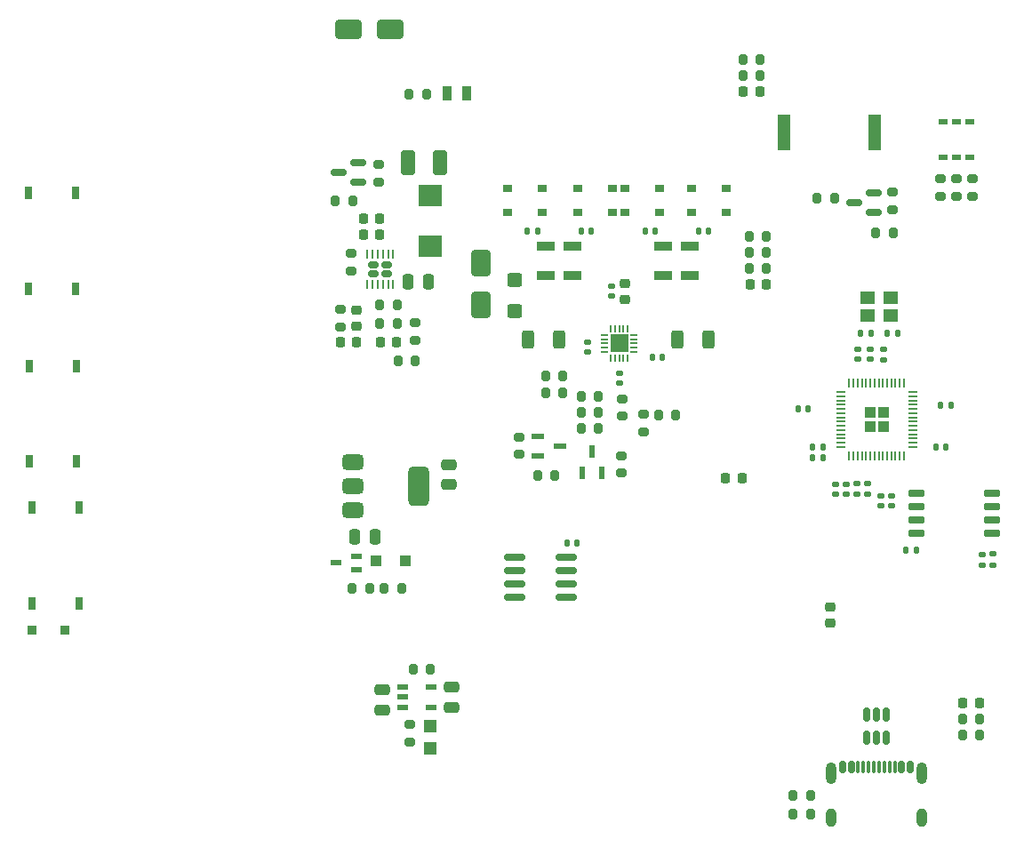
<source format=gbr>
%TF.GenerationSoftware,KiCad,Pcbnew,8.0.2*%
%TF.CreationDate,2024-05-27T20:09:12+01:00*%
%TF.ProjectId,StepUp,53746570-5570-42e6-9b69-6361645f7063,v1.0*%
%TF.SameCoordinates,Original*%
%TF.FileFunction,Paste,Top*%
%TF.FilePolarity,Positive*%
%FSLAX46Y46*%
G04 Gerber Fmt 4.6, Leading zero omitted, Abs format (unit mm)*
G04 Created by KiCad (PCBNEW 8.0.2) date 2024-05-27 20:09:12*
%MOMM*%
%LPD*%
G01*
G04 APERTURE LIST*
G04 Aperture macros list*
%AMRoundRect*
0 Rectangle with rounded corners*
0 $1 Rounding radius*
0 $2 $3 $4 $5 $6 $7 $8 $9 X,Y pos of 4 corners*
0 Add a 4 corners polygon primitive as box body*
4,1,4,$2,$3,$4,$5,$6,$7,$8,$9,$2,$3,0*
0 Add four circle primitives for the rounded corners*
1,1,$1+$1,$2,$3*
1,1,$1+$1,$4,$5*
1,1,$1+$1,$6,$7*
1,1,$1+$1,$8,$9*
0 Add four rect primitives between the rounded corners*
20,1,$1+$1,$2,$3,$4,$5,0*
20,1,$1+$1,$4,$5,$6,$7,0*
20,1,$1+$1,$6,$7,$8,$9,0*
20,1,$1+$1,$8,$9,$2,$3,0*%
G04 Aperture macros list end*
%ADD10R,0.863600X0.787400*%
%ADD11RoundRect,0.250000X0.312500X0.625000X-0.312500X0.625000X-0.312500X-0.625000X0.312500X-0.625000X0*%
%ADD12RoundRect,0.150000X0.587500X0.150000X-0.587500X0.150000X-0.587500X-0.150000X0.587500X-0.150000X0*%
%ADD13RoundRect,0.140000X0.140000X0.170000X-0.140000X0.170000X-0.140000X-0.170000X0.140000X-0.170000X0*%
%ADD14RoundRect,0.140000X0.170000X-0.140000X0.170000X0.140000X-0.170000X0.140000X-0.170000X-0.140000X0*%
%ADD15RoundRect,0.135000X0.185000X-0.135000X0.185000X0.135000X-0.185000X0.135000X-0.185000X-0.135000X0*%
%ADD16RoundRect,0.140000X-0.170000X0.140000X-0.170000X-0.140000X0.170000X-0.140000X0.170000X0.140000X0*%
%ADD17RoundRect,0.150000X-0.150000X-0.425000X0.150000X-0.425000X0.150000X0.425000X-0.150000X0.425000X0*%
%ADD18RoundRect,0.075000X-0.075000X-0.500000X0.075000X-0.500000X0.075000X0.500000X-0.075000X0.500000X0*%
%ADD19O,1.000000X2.100000*%
%ADD20O,1.000000X1.800000*%
%ADD21RoundRect,0.140000X-0.140000X-0.170000X0.140000X-0.170000X0.140000X0.170000X-0.140000X0.170000X0*%
%ADD22RoundRect,0.200000X-0.200000X-0.275000X0.200000X-0.275000X0.200000X0.275000X-0.200000X0.275000X0*%
%ADD23RoundRect,0.225000X0.225000X0.250000X-0.225000X0.250000X-0.225000X-0.250000X0.225000X-0.250000X0*%
%ADD24RoundRect,0.200000X-0.275000X0.200000X-0.275000X-0.200000X0.275000X-0.200000X0.275000X0.200000X0*%
%ADD25RoundRect,0.200000X0.200000X0.275000X-0.200000X0.275000X-0.200000X-0.275000X0.200000X-0.275000X0*%
%ADD26RoundRect,0.225000X-0.225000X-0.250000X0.225000X-0.250000X0.225000X0.250000X-0.225000X0.250000X0*%
%ADD27RoundRect,0.200000X0.275000X-0.200000X0.275000X0.200000X-0.275000X0.200000X-0.275000X-0.200000X0*%
%ADD28R,1.000000X0.550000*%
%ADD29RoundRect,0.250000X0.292217X0.292217X-0.292217X0.292217X-0.292217X-0.292217X0.292217X-0.292217X0*%
%ADD30RoundRect,0.050000X0.387500X0.050000X-0.387500X0.050000X-0.387500X-0.050000X0.387500X-0.050000X0*%
%ADD31RoundRect,0.050000X0.050000X0.387500X-0.050000X0.387500X-0.050000X-0.387500X0.050000X-0.387500X0*%
%ADD32R,0.711200X1.219200*%
%ADD33R,1.753400X0.912000*%
%ADD34RoundRect,0.160000X0.345000X-0.160000X0.345000X0.160000X-0.345000X0.160000X-0.345000X-0.160000X0*%
%ADD35RoundRect,0.062500X0.062500X-0.362500X0.062500X0.362500X-0.062500X0.362500X-0.062500X-0.362500X0*%
%ADD36R,0.900000X0.950000*%
%ADD37RoundRect,0.150000X0.650000X0.150000X-0.650000X0.150000X-0.650000X-0.150000X0.650000X-0.150000X0*%
%ADD38R,1.200000X1.200000*%
%ADD39R,1.300000X3.400000*%
%ADD40RoundRect,0.250000X0.650000X-1.000000X0.650000X1.000000X-0.650000X1.000000X-0.650000X-1.000000X0*%
%ADD41RoundRect,0.150000X-0.825000X-0.150000X0.825000X-0.150000X0.825000X0.150000X-0.825000X0.150000X0*%
%ADD42RoundRect,0.250000X-0.250000X-0.475000X0.250000X-0.475000X0.250000X0.475000X-0.250000X0.475000X0*%
%ADD43RoundRect,0.225000X-0.250000X0.225000X-0.250000X-0.225000X0.250000X-0.225000X0.250000X0.225000X0*%
%ADD44R,0.889000X0.533400*%
%ADD45RoundRect,0.250000X0.250000X0.475000X-0.250000X0.475000X-0.250000X-0.475000X0.250000X-0.475000X0*%
%ADD46R,1.400000X1.200000*%
%ADD47RoundRect,0.250000X-0.312500X-0.625000X0.312500X-0.625000X0.312500X0.625000X-0.312500X0.625000X0*%
%ADD48RoundRect,0.375000X-0.625000X-0.375000X0.625000X-0.375000X0.625000X0.375000X-0.625000X0.375000X0*%
%ADD49RoundRect,0.500000X-0.500000X-1.400000X0.500000X-1.400000X0.500000X1.400000X-0.500000X1.400000X0*%
%ADD50RoundRect,0.135000X-0.185000X0.135000X-0.185000X-0.135000X0.185000X-0.135000X0.185000X0.135000X0*%
%ADD51R,0.762000X0.254000*%
%ADD52R,0.254000X0.762000*%
%ADD53R,1.701800X1.701800*%
%ADD54RoundRect,0.250000X0.475000X-0.250000X0.475000X0.250000X-0.475000X0.250000X-0.475000X-0.250000X0*%
%ADD55RoundRect,0.250000X-0.412500X-0.925000X0.412500X-0.925000X0.412500X0.925000X-0.412500X0.925000X0*%
%ADD56R,0.600000X1.300000*%
%ADD57R,2.200000X2.150000*%
%ADD58RoundRect,0.250000X-0.475000X0.250000X-0.475000X-0.250000X0.475000X-0.250000X0.475000X0.250000X0*%
%ADD59R,1.050000X0.600000*%
%ADD60R,0.950000X1.400000*%
%ADD61R,1.300000X0.600000*%
%ADD62RoundRect,0.225000X0.250000X-0.225000X0.250000X0.225000X-0.250000X0.225000X-0.250000X-0.225000X0*%
%ADD63RoundRect,0.250000X0.450000X-0.400000X0.450000X0.400000X-0.450000X0.400000X-0.450000X-0.400000X0*%
%ADD64RoundRect,0.250000X-1.000000X-0.650000X1.000000X-0.650000X1.000000X0.650000X-1.000000X0.650000X0*%
%ADD65RoundRect,0.150000X0.150000X-0.512500X0.150000X0.512500X-0.150000X0.512500X-0.150000X-0.512500X0*%
%ADD66RoundRect,0.250000X-0.300000X-0.300000X0.300000X-0.300000X0.300000X0.300000X-0.300000X0.300000X0*%
G04 APERTURE END LIST*
D10*
%TO.C,D3*%
X142760799Y-84429600D03*
X139458799Y-84429600D03*
%TD*%
D11*
%TO.C,R20*%
X151855900Y-96501001D03*
X148930900Y-96501001D03*
%TD*%
D12*
%TO.C,Q4*%
X118539500Y-81563000D03*
X118539500Y-79663000D03*
X116664500Y-80613000D03*
%TD*%
D13*
%TO.C,C10*%
X161380000Y-103100000D03*
X160420000Y-103100000D03*
%TD*%
D14*
%TO.C,C5*%
X166116000Y-98408000D03*
X166116000Y-97448000D03*
%TD*%
D15*
%TO.C,R6*%
X167012500Y-111290000D03*
X167012500Y-110270000D03*
%TD*%
D16*
%TO.C,C8*%
X164000000Y-110300000D03*
X164000000Y-111260000D03*
%TD*%
D17*
%TO.C,J1*%
X164694000Y-137290000D03*
X165494000Y-137290000D03*
D18*
X166644000Y-137290000D03*
X167644000Y-137290000D03*
X168144000Y-137290000D03*
X169144000Y-137290000D03*
D17*
X170294000Y-137290000D03*
X171094000Y-137290000D03*
X171094000Y-137290000D03*
X170294000Y-137290000D03*
D18*
X169644000Y-137290000D03*
X168644000Y-137290000D03*
X167144000Y-137290000D03*
X166144000Y-137290000D03*
D17*
X165494000Y-137290000D03*
X164694000Y-137290000D03*
D19*
X163574000Y-137865000D03*
D20*
X163574000Y-142045000D03*
D19*
X172214000Y-137865000D03*
D20*
X172214000Y-142045000D03*
%TD*%
D21*
%TO.C,C20*%
X146520000Y-98200000D03*
X147480000Y-98200000D03*
%TD*%
D22*
%TO.C,R34*%
X155172000Y-71380000D03*
X156822000Y-71380000D03*
%TD*%
D16*
%TO.C,C19*%
X143400000Y-99720000D03*
X143400000Y-100680000D03*
%TD*%
D23*
%TO.C,C40*%
X155075000Y-109750000D03*
X153525000Y-109750000D03*
%TD*%
D24*
%TO.C,R10*%
X143600000Y-107575000D03*
X143600000Y-109225000D03*
%TD*%
D15*
%TO.C,R2*%
X178950500Y-117989500D03*
X178950500Y-116969500D03*
%TD*%
D25*
%TO.C,R29*%
X123975000Y-98550000D03*
X122325000Y-98550000D03*
%TD*%
D15*
%TO.C,R5*%
X168535000Y-98438000D03*
X168535000Y-97418000D03*
%TD*%
%TO.C,R7*%
X166000000Y-111290000D03*
X166000000Y-110270000D03*
%TD*%
D10*
%TO.C,D8*%
X147218400Y-82143600D03*
X143916400Y-82143600D03*
%TD*%
%TO.C,D10*%
X150266400Y-82143600D03*
X153568400Y-82143600D03*
%TD*%
D26*
%TO.C,C37*%
X155828000Y-91268000D03*
X157378000Y-91268000D03*
%TD*%
D27*
%TO.C,R43*%
X173990000Y-82867000D03*
X173990000Y-81217000D03*
%TD*%
D14*
%TO.C,C16*%
X140400000Y-97730000D03*
X140400000Y-96770000D03*
%TD*%
D10*
%TO.C,D7*%
X143916400Y-84429600D03*
X147218400Y-84429600D03*
%TD*%
D27*
%TO.C,R41*%
X177038000Y-82867000D03*
X177038000Y-81217000D03*
%TD*%
%TO.C,R8*%
X133883400Y-107486001D03*
X133883400Y-105836001D03*
%TD*%
D25*
%TO.C,R32*%
X122237000Y-93218000D03*
X120587000Y-93218000D03*
%TD*%
D22*
%TO.C,R4*%
X159957000Y-141732000D03*
X161607000Y-141732000D03*
%TD*%
D23*
%TO.C,C29*%
X120575000Y-86524000D03*
X119025000Y-86524000D03*
%TD*%
D28*
%TO.C,Q3*%
X118332000Y-118448000D03*
X118332000Y-117148000D03*
X116432000Y-117798000D03*
%TD*%
D29*
%TO.C,U3*%
X168536500Y-104782500D03*
X168536500Y-103507500D03*
X167261500Y-104782500D03*
X167261500Y-103507500D03*
D30*
X171336500Y-106745000D03*
X171336500Y-106345000D03*
X171336500Y-105945000D03*
X171336500Y-105545000D03*
X171336500Y-105145000D03*
X171336500Y-104745000D03*
X171336500Y-104345000D03*
X171336500Y-103945000D03*
X171336500Y-103545000D03*
X171336500Y-103145000D03*
X171336500Y-102745000D03*
X171336500Y-102345000D03*
X171336500Y-101945000D03*
X171336500Y-101545000D03*
D31*
X170499000Y-100707500D03*
X170099000Y-100707500D03*
X169699000Y-100707500D03*
X169299000Y-100707500D03*
X168899000Y-100707500D03*
X168499000Y-100707500D03*
X168099000Y-100707500D03*
X167699000Y-100707500D03*
X167299000Y-100707500D03*
X166899000Y-100707500D03*
X166499000Y-100707500D03*
X166099000Y-100707500D03*
X165699000Y-100707500D03*
X165299000Y-100707500D03*
D30*
X164461500Y-101545000D03*
X164461500Y-101945000D03*
X164461500Y-102345000D03*
X164461500Y-102745000D03*
X164461500Y-103145000D03*
X164461500Y-103545000D03*
X164461500Y-103945000D03*
X164461500Y-104345000D03*
X164461500Y-104745000D03*
X164461500Y-105145000D03*
X164461500Y-105545000D03*
X164461500Y-105945000D03*
X164461500Y-106345000D03*
X164461500Y-106745000D03*
D31*
X165299000Y-107582500D03*
X165699000Y-107582500D03*
X166099000Y-107582500D03*
X166499000Y-107582500D03*
X166899000Y-107582500D03*
X167299000Y-107582500D03*
X167699000Y-107582500D03*
X168099000Y-107582500D03*
X168499000Y-107582500D03*
X168899000Y-107582500D03*
X169299000Y-107582500D03*
X169699000Y-107582500D03*
X170099000Y-107582500D03*
X170499000Y-107582500D03*
%TD*%
D22*
%TO.C,R3*%
X159957000Y-139954000D03*
X161607000Y-139954000D03*
%TD*%
D16*
%TO.C,C7*%
X168282500Y-111409500D03*
X168282500Y-112369500D03*
%TD*%
D22*
%TO.C,R23*%
X123773000Y-127920000D03*
X125423000Y-127920000D03*
%TD*%
D16*
%TO.C,C6*%
X165000000Y-110300000D03*
X165000000Y-111260000D03*
%TD*%
D32*
%TO.C,SW3*%
X87084100Y-91668600D03*
X91579900Y-91668600D03*
X91579900Y-82575400D03*
X87084100Y-82575400D03*
%TD*%
D25*
%TO.C,R39*%
X177717000Y-132652000D03*
X176067000Y-132652000D03*
%TD*%
D22*
%TO.C,R31*%
X120587000Y-94996000D03*
X122237000Y-94996000D03*
%TD*%
D24*
%TO.C,R27*%
X116840000Y-93663000D03*
X116840000Y-95313000D03*
%TD*%
D33*
%TO.C,L1*%
X138963400Y-87612201D03*
X138963400Y-90403801D03*
%TD*%
D13*
%TO.C,C13*%
X162780000Y-106800000D03*
X161820000Y-106800000D03*
%TD*%
D22*
%TO.C,R38*%
X176070000Y-134176000D03*
X177720000Y-134176000D03*
%TD*%
D10*
%TO.C,D4*%
X139458799Y-82143600D03*
X142760799Y-82143600D03*
%TD*%
D34*
%TO.C,U8*%
X119994000Y-90220000D03*
X121244000Y-90220000D03*
X119994000Y-89420000D03*
X121244000Y-89420000D03*
D35*
X119369000Y-91245000D03*
X119869000Y-91245000D03*
X120369000Y-91245000D03*
X120869000Y-91245000D03*
X121369000Y-91245000D03*
X121869000Y-91245000D03*
X121869000Y-88395000D03*
X121369000Y-88395000D03*
X120869000Y-88395000D03*
X120369000Y-88395000D03*
X119869000Y-88395000D03*
X119369000Y-88395000D03*
%TD*%
D13*
%TO.C,C3*%
X171680000Y-116550000D03*
X170720000Y-116550000D03*
%TD*%
D12*
%TO.C,Q5*%
X167645000Y-84438000D03*
X167645000Y-82538000D03*
X165770000Y-83488000D03*
%TD*%
D24*
%TO.C,R28*%
X120450000Y-79875000D03*
X120450000Y-81525000D03*
%TD*%
D36*
%TO.C,D1*%
X90575000Y-124200000D03*
X87425000Y-124200000D03*
%TD*%
D13*
%TO.C,C14*%
X162780000Y-107816000D03*
X161820000Y-107816000D03*
%TD*%
D32*
%TO.C,SW1*%
X87198200Y-108153200D03*
X91694000Y-108153200D03*
X91694000Y-99060000D03*
X87198200Y-99060000D03*
%TD*%
D25*
%TO.C,R14*%
X141420001Y-105003400D03*
X139770001Y-105003400D03*
%TD*%
D33*
%TO.C,L4*%
X150139400Y-87612201D03*
X150139400Y-90403801D03*
%TD*%
D25*
%TO.C,R37*%
X157425000Y-89744000D03*
X155775000Y-89744000D03*
%TD*%
D37*
%TO.C,U2*%
X178864500Y-114986500D03*
X178864500Y-113716500D03*
X178864500Y-112446500D03*
X178864500Y-111176500D03*
X171664500Y-111176500D03*
X171664500Y-112446500D03*
X171664500Y-113716500D03*
X171664500Y-114986500D03*
%TD*%
D26*
%TO.C,C33*%
X116827000Y-96774000D03*
X118377000Y-96774000D03*
%TD*%
D38*
%TO.C,D12*%
X125370000Y-133360000D03*
X125370000Y-135460000D03*
%TD*%
D25*
%TO.C,R13*%
X138025000Y-100000000D03*
X136375000Y-100000000D03*
%TD*%
D13*
%TO.C,C21*%
X140713400Y-86207600D03*
X139753400Y-86207600D03*
%TD*%
D16*
%TO.C,C4*%
X169298500Y-111409500D03*
X169298500Y-112369500D03*
%TD*%
D23*
%TO.C,C38*%
X177667000Y-131132000D03*
X176117000Y-131132000D03*
%TD*%
D39*
%TO.C,BZ1*%
X159050000Y-76800000D03*
X167750000Y-76800000D03*
%TD*%
D22*
%TO.C,R26*%
X116325000Y-83300000D03*
X117975000Y-83300000D03*
%TD*%
D40*
%TO.C,D13*%
X130250000Y-93200000D03*
X130250000Y-89200000D03*
%TD*%
D25*
%TO.C,R46*%
X163898000Y-83050000D03*
X162248000Y-83050000D03*
%TD*%
D41*
%TO.C,U4*%
X133400000Y-117295000D03*
X133400000Y-118565000D03*
X133400000Y-119835000D03*
X133400000Y-121105000D03*
X138350000Y-121105000D03*
X138350000Y-119835000D03*
X138350000Y-118565000D03*
X138350000Y-117295000D03*
%TD*%
D13*
%TO.C,C2*%
X167358000Y-95924000D03*
X166398000Y-95924000D03*
%TD*%
D32*
%TO.C,SW2*%
X87414100Y-121640600D03*
X91909900Y-121640600D03*
X91909900Y-112547400D03*
X87414100Y-112547400D03*
%TD*%
D42*
%TO.C,C25*%
X118210000Y-115284000D03*
X120110000Y-115284000D03*
%TD*%
D43*
%TO.C,C32*%
X118364000Y-93713000D03*
X118364000Y-95263000D03*
%TD*%
D21*
%TO.C,C1*%
X168938000Y-95924000D03*
X169898000Y-95924000D03*
%TD*%
D33*
%TO.C,L2*%
X136423400Y-87612201D03*
X136423400Y-90403801D03*
%TD*%
D44*
%TO.C,LED2*%
X176809400Y-75780900D03*
X175514000Y-75780900D03*
X174218600Y-75780900D03*
X176809400Y-79159100D03*
X175514000Y-79159100D03*
X174218600Y-79159100D03*
%TD*%
D25*
%TO.C,R12*%
X138025000Y-101600000D03*
X136375000Y-101600000D03*
%TD*%
D21*
%TO.C,C9*%
X173520000Y-106800000D03*
X174480000Y-106800000D03*
%TD*%
%TO.C,C15*%
X138420000Y-115900000D03*
X139380000Y-115900000D03*
%TD*%
D45*
%TO.C,C35*%
X125200000Y-91000000D03*
X123300000Y-91000000D03*
%TD*%
D25*
%TO.C,R16*%
X141420001Y-101955400D03*
X139770001Y-101955400D03*
%TD*%
D21*
%TO.C,C24*%
X150957400Y-86207600D03*
X151917400Y-86207600D03*
%TD*%
D46*
%TO.C,Y1*%
X169248000Y-92534000D03*
X167048000Y-92534000D03*
X167048000Y-94234000D03*
X169248000Y-94234000D03*
%TD*%
D24*
%TO.C,R17*%
X145675001Y-103670400D03*
X145675001Y-105320400D03*
%TD*%
D47*
%TO.C,R19*%
X134706900Y-96501001D03*
X137631900Y-96501001D03*
%TD*%
D13*
%TO.C,C22*%
X135605400Y-86207600D03*
X134645400Y-86207600D03*
%TD*%
D48*
%TO.C,U6*%
X118008000Y-108190000D03*
X118008000Y-110490000D03*
D49*
X124308000Y-110490000D03*
D48*
X118008000Y-112790000D03*
%TD*%
D50*
%TO.C,R1*%
X177950500Y-116979500D03*
X177950500Y-117999500D03*
%TD*%
D14*
%TO.C,C12*%
X167265000Y-98408000D03*
X167265000Y-97448000D03*
%TD*%
D22*
%TO.C,R36*%
X155775000Y-88220000D03*
X157425000Y-88220000D03*
%TD*%
D51*
%TO.C,U5*%
X141960600Y-96100999D03*
X141960600Y-96501001D03*
X141960600Y-96901000D03*
X141960600Y-97300999D03*
X141960600Y-97701001D03*
D52*
X142582999Y-98323400D03*
X142983001Y-98323400D03*
X143383000Y-98323400D03*
X143782999Y-98323400D03*
X144183001Y-98323400D03*
D51*
X144805400Y-97701001D03*
X144805400Y-97300999D03*
X144805400Y-96901000D03*
X144805400Y-96501001D03*
X144805400Y-96100999D03*
D52*
X144183001Y-95478600D03*
X143782999Y-95478600D03*
X143383000Y-95478600D03*
X142983001Y-95478600D03*
X142582999Y-95478600D03*
D53*
X143383000Y-96901000D03*
%TD*%
D24*
%TO.C,R11*%
X143700000Y-102175000D03*
X143700000Y-103825000D03*
%TD*%
%TO.C,R25*%
X123398000Y-133195000D03*
X123398000Y-134845000D03*
%TD*%
D22*
%TO.C,R35*%
X155775000Y-86700000D03*
X157425000Y-86700000D03*
%TD*%
D54*
%TO.C,C31*%
X120798000Y-131804000D03*
X120798000Y-129904000D03*
%TD*%
D55*
%TO.C,C26*%
X123262500Y-79650000D03*
X126337500Y-79650000D03*
%TD*%
D25*
%TO.C,R15*%
X141420001Y-103479400D03*
X139770001Y-103479400D03*
%TD*%
D10*
%TO.C,D9*%
X153568400Y-84429600D03*
X150266400Y-84429600D03*
%TD*%
D26*
%TO.C,C36*%
X155225000Y-72900000D03*
X156775000Y-72900000D03*
%TD*%
D54*
%TO.C,C30*%
X127200000Y-110350000D03*
X127200000Y-108450000D03*
%TD*%
D14*
%TO.C,C18*%
X142659001Y-92409001D03*
X142659001Y-91449001D03*
%TD*%
D56*
%TO.C,Q1*%
X139864400Y-109261001D03*
X141764400Y-109261001D03*
X140814400Y-107161001D03*
%TD*%
D57*
%TO.C,L5*%
X125400000Y-82800000D03*
X125400000Y-87600000D03*
%TD*%
D23*
%TO.C,C34*%
X122187000Y-96774000D03*
X120637000Y-96774000D03*
%TD*%
D25*
%TO.C,R21*%
X122657000Y-120226000D03*
X121007000Y-120226000D03*
%TD*%
D21*
%TO.C,C11*%
X174020000Y-102800000D03*
X174980000Y-102800000D03*
%TD*%
D25*
%TO.C,R9*%
X137248400Y-109455001D03*
X135598400Y-109455001D03*
%TD*%
%TO.C,R33*%
X156822000Y-69856000D03*
X155172000Y-69856000D03*
%TD*%
%TO.C,R40*%
X125031000Y-73152000D03*
X123381000Y-73152000D03*
%TD*%
D58*
%TO.C,C28*%
X127402000Y-129650000D03*
X127402000Y-131550000D03*
%TD*%
D59*
%TO.C,U7*%
X122750000Y-129650000D03*
X122750000Y-130600000D03*
X122750000Y-131550000D03*
X125450000Y-131550000D03*
X125450000Y-129650000D03*
%TD*%
D24*
%TO.C,R45*%
X169423000Y-82475000D03*
X169423000Y-84125000D03*
%TD*%
D60*
%TO.C,LED1*%
X128850000Y-73100000D03*
X126950000Y-73100000D03*
%TD*%
D10*
%TO.C,D5*%
X132740400Y-84429600D03*
X136042400Y-84429600D03*
%TD*%
D24*
%TO.C,R30*%
X123952000Y-94933000D03*
X123952000Y-96583000D03*
%TD*%
D61*
%TO.C,Q2*%
X135627400Y-105711001D03*
X135627400Y-107611001D03*
X137727400Y-106661001D03*
%TD*%
D23*
%TO.C,C27*%
X120575000Y-85000000D03*
X119025000Y-85000000D03*
%TD*%
D22*
%TO.C,R18*%
X147136001Y-103733400D03*
X148786001Y-103733400D03*
%TD*%
D21*
%TO.C,C23*%
X145849400Y-86207600D03*
X146809400Y-86207600D03*
%TD*%
D33*
%TO.C,L3*%
X147599400Y-87612201D03*
X147599400Y-90403801D03*
%TD*%
D62*
%TO.C,C39*%
X163450000Y-123525000D03*
X163450000Y-121975000D03*
%TD*%
D63*
%TO.C,D2*%
X133400000Y-93779000D03*
X133400000Y-90879000D03*
%TD*%
D10*
%TO.C,D6*%
X136042400Y-82143600D03*
X132740400Y-82143600D03*
%TD*%
D22*
%TO.C,R44*%
X167836000Y-86348000D03*
X169486000Y-86348000D03*
%TD*%
D27*
%TO.C,R24*%
X117856000Y-89979000D03*
X117856000Y-88329000D03*
%TD*%
D64*
%TO.C,D14*%
X117600000Y-66950000D03*
X121600000Y-66950000D03*
%TD*%
D65*
%TO.C,U1*%
X166944000Y-134487500D03*
X167894000Y-134487500D03*
X168844000Y-134487500D03*
X168844000Y-132212500D03*
X167894000Y-132212500D03*
X166944000Y-132212500D03*
%TD*%
D62*
%TO.C,C17*%
X143929001Y-92704001D03*
X143929001Y-91154001D03*
%TD*%
D27*
%TO.C,R42*%
X175514000Y-82867000D03*
X175514000Y-81217000D03*
%TD*%
D25*
%TO.C,R22*%
X119609000Y-120226000D03*
X117959000Y-120226000D03*
%TD*%
D66*
%TO.C,D11*%
X120178000Y-117570000D03*
X122978000Y-117570000D03*
%TD*%
M02*

</source>
